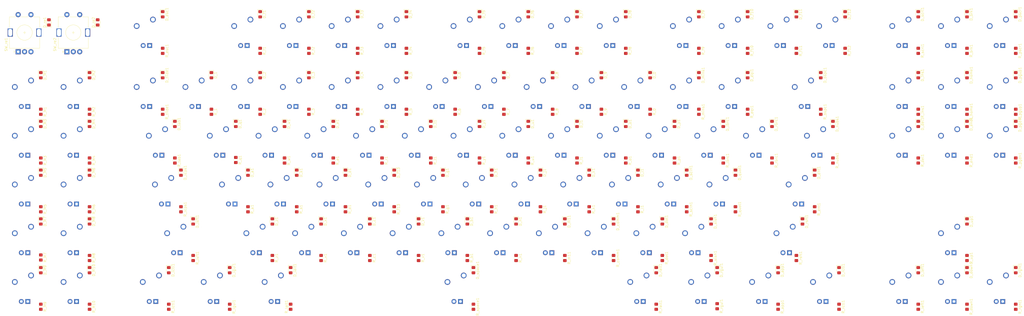
<source format=kicad_pcb>
(kicad_pcb (version 20211014) (generator pcbnew)
  (layers (0 "F.Cu" signal) (31 "B.Cu" signal) (34 "B.Paste" user) (35 "F.Paste" user) (36 "B.SilkS" user "B.Silkscreen") (37 "F.SilkS" user "F.Silkscreen") (38 "B.Mask" user) (39 "F.Mask" user) (44 "Edge.Cuts" user))
  (net 0 "")
  (net 1 "Col_13")
  (net 2 "LED_GND")
  (net 3 "Col_4")
  (net 4 "Col_5")
  (net 5 "Col_9")
  (net 6 "Net-(D_app1-Pad2)")
  (net 7 "Col_15")
  (net 8 "Net-(MX_app1-Pad3)")
  (net 9 "Net-(D_bspc1-Pad2)")
  (net 10 "Col_16")
  (net 11 "Net-(MX_bspc1-Pad3)")
  (net 12 "Net-(D_ent1-Pad2)")
  (net 13 "Net-(MX_ent1-Pad3)")
  (net 14 "Col_3")
  (net 15 "Col_14")
  (net 16 "Net-(D_lalt1-Pad2)")
  (net 17 "Net-(MX_lalt1-Pad3)")
  (net 18 "Net-(D_lcps1-Pad2)")
  (net 19 "Net-(MX_lcps1-Pad3)")
  (net 20 "Net-(D_lctl1-Pad2)")
  (net 21 "Net-(MX_lctl1-Pad3)")
  (net 22 "Net-(D_lgui1-Pad2)")
  (net 23 "Net-(MX_lgui1-Pad3)")
  (net 24 "Net-(D_lsft1-Pad2)")
  (net 25 "Net-(MX_lsft1-Pad3)")
  (net 26 "Net-(D_nubs1-Pad2)")
  (net 27 "Net-(MX_nubs1-Pad3)")
  (net 28 "Net-(D_ralt1-Pad2)")
  (net 29 "Net-(MX_ralt1-Pad3)")
  (net 30 "Net-(D_rctl1-Pad2)")
  (net 31 "Net-(MX_rctl1-Pad3)")
  (net 32 "Net-(D_rgui1-Pad2)")
  (net 33 "Net-(MX_rgui1-Pad3)")
  (net 34 "Net-(D_rsft1-Pad2)")
  (net 35 "Net-(MX_rsft1-Pad3)")
  (net 36 "Net-(D_space1-Pad2)")
  (net 37 "Net-(MX_space1-Pad3)")
  (net 38 "Net-(D_tab1-Pad2)")
  (net 39 "Net-(MX_tab1-Pad3)")
  (net 40 "Net-(D_0-Pad2)")
  (net 41 "Net-(MX_0-Pad3)")
  (net 42 "Net-(D_1-Pad2)")
  (net 43 "Net-(MX_1-Pad3)")
  (net 44 "Net-(D_2-Pad2)")
  (net 45 "Net-(MX_2-Pad3)")
  (net 46 "Net-(D_3-Pad2)")
  (net 47 "Col_6")
  (net 48 "Net-(MX_3-Pad3)")
  (net 49 "Net-(D_4-Pad2)")
  (net 50 "Col_7")
  (net 51 "Net-(MX_4-Pad3)")
  (net 52 "Net-(D_5-Pad2)")
  (net 53 "Col_8")
  (net 54 "Net-(MX_5-Pad3)")
  (net 55 "Net-(D_6-Pad2)")
  (net 56 "Net-(MX_6-Pad3)")
  (net 57 "Net-(D_7-Pad2)")
  (net 58 "Col_10")
  (net 59 "Net-(MX_7-Pad3)")
  (net 60 "Net-(D_8-Pad2)")
  (net 61 "Col_11")
  (net 62 "Net-(MX_8-Pad3)")
  (net 63 "Net-(D_9-Pad2)")
  (net 64 "Col_12")
  (net 65 "Net-(MX_9-Pad3)")
  (net 66 "Net-(D_a1-Pad2)")
  (net 67 "Net-(MX_a1-Pad3)")
  (net 68 "Net-(D_b1-Pad2)")
  (net 69 "Net-(MX_b1-Pad3)")
  (net 70 "Net-(D_brk1-Pad2)")
  (net 71 "Col_20")
  (net 72 "Net-(MX_brk1-Pad3)")
  (net 73 "Net-(D_c1-Pad2)")
  (net 74 "Net-(MX_c1-Pad3)")
  (net 75 "Net-(D_comm1-Pad2)")
  (net 76 "Net-(MX_comm1-Pad3)")
  (net 77 "Net-(D_d1-Pad2)")
  (net 78 "Net-(MX_d1-Pad3)")
  (net 79 "Net-(D_del1-Pad2)")
  (net 80 "Col_18")
  (net 81 "Net-(MX_del1-Pad3)")
  (net 82 "Net-(D_dot1-Pad2)")
  (net 83 "Net-(MX_dot1-Pad3)")
  (net 84 "Net-(D_down1-Pad2)")
  (net 85 "Col_19")
  (net 86 "Net-(MX_down1-Pad3)")
  (net 87 "Net-(D_e1-Pad2)")
  (net 88 "Net-(MX_e1-Pad3)")
  (net 89 "Net-(D_end1-Pad2)")
  (net 90 "Net-(MX_end1-Pad3)")
  (net 91 "Net-(D_eql1-Pad2)")
  (net 92 "Net-(MX_eql1-Pad3)")
  (net 93 "Net-(D_esc1-Pad2)")
  (net 94 "Net-(MX_esc1-Pad3)")
  (net 95 "Net-(D_f1-Pad2)")
  (net 96 "Net-(MX_f1-Pad3)")
  (net 97 "Net-(D_f2-Pad2)")
  (net 98 "Net-(MX_f2-Pad3)")
  (net 99 "Net-(D_f3-Pad2)")
  (net 100 "Net-(MX_f3-Pad3)")
  (net 101 "Net-(D_f4-Pad2)")
  (net 102 "Net-(MX_f4-Pad3)")
  (net 103 "Net-(D_f5-Pad2)")
  (net 104 "Net-(MX_f5-Pad3)")
  (net 105 "Net-(D_f6-Pad2)")
  (net 106 "Net-(MX_f6-Pad3)")
  (net 107 "Net-(D_f7-Pad2)")
  (net 108 "Net-(MX_f7-Pad3)")
  (net 109 "Net-(D_f8-Pad2)")
  (net 110 "Net-(MX_f8-Pad3)")
  (net 111 "Net-(D_f9-Pad2)")
  (net 112 "Net-(MX_f9-Pad3)")
  (net 113 "Net-(D_f10-Pad2)")
  (net 114 "Net-(MX_f10-Pad3)")
  (net 115 "Net-(D_f11-Pad2)")
  (net 116 "Net-(MX_f11-Pad3)")
  (net 117 "Net-(D_f12-Pad2)")
  (net 118 "Net-(MX_f12-Pad3)")
  (net 119 "Net-(D_f13-Pad2)")
  (net 120 "Net-(MX_f13-Pad3)")
  (net 121 "Net-(D_g1-Pad2)")
  (net 122 "Net-(MX_g1-Pad3)")
  (net 123 "Net-(D_h1-Pad2)")
  (net 124 "Net-(MX_h1-Pad3)")
  (net 125 "Net-(D_home1-Pad2)")
  (net 126 "Net-(MX_home1-Pad3)")
  (net 127 "Net-(D_i1-Pad2)")
  (net 128 "Net-(MX_i1-Pad3)")
  (net 129 "Net-(D_ins1-Pad2)")
  (net 130 "Net-(MX_ins1-Pad3)")
  (net 131 "Net-(D_j1-Pad2)")
  (net 132 "Net-(MX_j1-Pad3)")
  (net 133 "Net-(D_k1-Pad2)")
  (net 134 "Net-(MX_k1-Pad3)")
  (net 135 "Net-(D_l1-Pad2)")
  (net 136 "Net-(MX_l1-Pad3)")
  (net 137 "Net-(D_lbrc1-Pad2)")
  (net 138 "Net-(MX_lbrc1-Pad3)")
  (net 139 "Net-(D_left1-Pad2)")
  (net 140 "Net-(MX_left1-Pad3)")
  (net 141 "Net-(D_M1-Pad2)")
  (net 142 "Col_0")
  (net 143 "Net-(MX_M1-Pad3)")
  (net 144 "Net-(D_M2-Pad2)")
  (net 145 "Col_1")
  (net 146 "Net-(MX_M2-Pad3)")
  (net 147 "Net-(D_M3-Pad2)")
  (net 148 "Net-(MX_M3-Pad3)")
  (net 149 "Net-(D_M4-Pad2)")
  (net 150 "Net-(MX_M4-Pad3)")
  (net 151 "Net-(D_M5-Pad2)")
  (net 152 "Net-(MX_M5-Pad3)")
  (net 153 "Net-(D_M6-Pad2)")
  (net 154 "Net-(MX_M6-Pad3)")
  (net 155 "Net-(D_M7-Pad2)")
  (net 156 "Net-(MX_M7-Pad3)")
  (net 157 "Net-(D_M8-Pad2)")
  (net 158 "Net-(MX_M8-Pad3)")
  (net 159 "Net-(D_M9-Pad2)")
  (net 160 "Net-(MX_M9-Pad3)")
  (net 161 "Net-(D_M10-Pad2)")
  (net 162 "Net-(MX_M10-Pad3)")
  (net 163 "Net-(D_m11-Pad2)")
  (net 164 "Net-(MX_m11-Pad3)")
  (net 165 "Net-(D_mins1-Pad2)")
  (net 166 "Net-(MX_mins1-Pad3)")
  (net 167 "Net-(D_n1-Pad2)")
  (net 168 "Net-(MX_n1-Pad3)")
  (net 169 "Net-(D_o1-Pad2)")
  (net 170 "Net-(MX_o1-Pad3)")
  (net 171 "Net-(D_p1-Pad2)")
  (net 172 "Net-(MX_p1-Pad3)")
  (net 173 "Net-(D_pgdn1-Pad2)")
  (net 174 "Net-(MX_pgdn1-Pad3)")
  (net 175 "Net-(D_pgup1-Pad2)")
  (net 176 "Net-(MX_pgup1-Pad3)")
  (net 177 "Net-(D_pscr1-Pad2)")
  (net 178 "Net-(MX_pscr1-Pad3)")
  (net 179 "Net-(D_q1-Pad2)")
  (net 180 "Net-(MX_q1-Pad3)")
  (net 181 "Net-(D_quot1-Pad2)")
  (net 182 "Net-(MX_quot1-Pad3)")
  (net 183 "Net-(D_r1-Pad2)")
  (net 184 "Net-(MX_r1-Pad3)")
  (net 185 "Net-(D_rbrc1-Pad2)")
  (net 186 "Net-(MX_rbrc1-Pad3)")
  (net 187 "Net-(D_re1-Pad2)")
  (net 188 "Net-(MX_rght1-Pad3)")
  (net 189 "Net-(D_s1-Pad2)")
  (net 190 "Net-(MX_s1-Pad3)")
  (net 191 "Net-(D_scln1-Pad2)")
  (net 192 "Net-(MX_scln1-Pad3)")
  (net 193 "Net-(D_re2-Pad2)")
  (net 194 "Net-(MX_scrl1-Pad3)")
  (net 195 "Net-(D_slsh1-Pad2)")
  (net 196 "Net-(MX_slsh1-Pad3)")
  (net 197 "Net-(D_t1-Pad2)")
  (net 198 "Net-(MX_t1-Pad3)")
  (net 199 "Net-(D_tilde1-Pad2)")
  (net 200 "Net-(MX_tilde1-Pad3)")
  (net 201 "Net-(D_u1-Pad2)")
  (net 202 "Net-(MX_u1-Pad3)")
  (net 203 "Net-(D_rght1-Pad2)")
  (net 204 "Net-(MX_up1-Pad3)")
  (net 205 "Net-(D_v1-Pad2)")
  (net 206 "Net-(MX_v1-Pad3)")
  (net 207 "Net-(D_w1-Pad2)")
  (net 208 "Net-(MX_w1-Pad3)")
  (net 209 "Net-(D_x1-Pad2)")
  (net 210 "Net-(MX_x1-Pad3)")
  (net 211 "Net-(D_y1-Pad2)")
  (net 212 "Net-(D_scrl1-Pad2)")
  (net 213 "Net-(D_z1-Pad2)")
  (net 214 "Net-(MX_z1-Pad3)")
  (net 215 "Row_1")
  (net 216 "Net-(D_a1-Pad1)")
  (net 217 "Row_5")
  (net 218 "Row_4")
  (net 219 "Row_0")
  (net 220 "Row_2")
  (net 221 "Row_3")
  (net 222 "Net-(D_up1-Pad2)")
  (net 223 "Net-(MX_y1-Pad3)")
  (net 224 "LED_VIN")
  (net 225 "RO_1_UP")
  (net 226 "GND")
  (net 227 "RO_1_DN")
  (net 228 "RO_2_UP")
  (net 229 "RO_2_DN")
  (footprint "Resistor_SMD:R_0805_2012Metric_Pad1.20x1.40mm_HandSolder" (layer "F.Cu") (at 182.5625 259.55625 -90)
    (fp_text reference "R_lgui1")
    (fp_text value "R_Small")
  )
  (footprint "Diode_SMD:D_0805_2012Metric_Pad1.15x1.40mm_HandSolder" (layer "F.Cu") (at 356.39375 188.11875 -90)
    (fp_text reference "D_p1")
    (fp_text value "D_Small_Filled")
  )
  (footprint "Resistor_SMD:R_0805_2012Metric_Pad1.20x1.40mm_HandSolder" (layer "F.Cu") (at 208.75625 221.45625 -90)
    (fp_text reference "R_s1")
    (fp_text value "R_Small")
  )
  (footprint "Resistor_SMD:R_0805_2012Metric_Pad1.20x1.40mm_HandSolder" (layer "F.Cu") (at 108.74375 202.40625 -90)
    (fp_text reference "R_M3")
    (fp_text value "R_Small")
  )
  (footprint "0_MX_Only:MXOnly-1U" (layer "F.Cu") (at 245.26875 152.4)
    (fp_text reference "MX_f4")
    (fp_text value "MX-LED")
  )
  (footprint "Resistor_SMD:R_0805_2012Metric_Pad1.20x1.40mm_HandSolder" (layer "F.Cu") (at 418.30625 202.40625 -90)
    (fp_text reference "R_nubs1")
    (fp_text value "R_Small")
  )
  (footprint "0_MX_Only:MXOnly-1U" (layer "F.Cu") (at 264.31875 176.2125)
    (fp_text reference "MX_6")
    (fp_text value "MX-LED")
  )
  (footprint "0_MX_Only:MXOnly-1U" (layer "F.Cu") (at 330.99375 152.4)
    (fp_text reference "MX_f8")
    (fp_text value "MX-LED")
  )
  (footprint "Diode_SMD:D_0805_2012Metric_Pad1.15x1.40mm_HandSolder" (layer "F.Cu") (at 313.53125 226.21875 -90)
    (fp_text reference "D_m11")
    (fp_text value "D_Small_Filled")
  )
  (footprint "Diode_SMD:D_0805_2012Metric_Pad1.15x1.40mm_HandSolder" (layer "F.Cu") (at 158.75 245.26875 -90)
    (fp_text reference "D_lctl1")
    (fp_text value "D_Small_Filled")
  )
  (footprint "Diode_SMD:D_0805_2012Metric_Pad1.15x1.40mm_HandSolder" (layer "F.Cu") (at 127.79375 169.06875 -90)
    (fp_text reference "D_M2")
    (fp_text value "D_Small_Filled")
  )
  (footprint "Resistor_SMD:R_0805_2012Metric_Pad1.20x1.40mm_HandSolder" (layer "F.Cu") (at 470.69375 259.55625 -90)
    (fp_text reference "R_down1")
    (fp_text value "R_Small")
  )
  (footprint "Diode_SMD:D_0805_2012Metric_Pad1.15x1.40mm_HandSolder" (layer "F.Cu") (at 451.64375 188.11875 -90)
    (fp_text reference "D_del1")
    (fp_text value "D_Small_Filled")
  )
  (footprint "Diode_SMD:D_0805_2012Metric_Pad1.15x1.40mm_HandSolder" (layer "F.Cu") (at 213.51875 145.25625 -90)
    (fp_text reference "D_f2")
    (fp_text value "D_Small_Filled")
  )
  (footprint "Resistor_SMD:R_0805_2012Metric_Pad1.20x1.40mm_HandSolder" (layer "F.Cu") (at 470.69375 159.54375 -90)
    (fp_text reference "R_brk1")
    (fp_text value "R_Small")
  )
  (footprint "0_MX_Only:MXOnly-1U" (layer "F.Cu") (at 102.39375 176.2125)
    (fp_text reference "MX_M1")
    (fp_text value "MX-LED")
  )
  (footprint "Diode_SMD:D_0805_2012Metric_Pad1.15x1.40mm_HandSolder" (layer "F.Cu") (at 384.96875 145.25625 -90)
    (fp_text reference "D_f10")
    (fp_text value "D_Small_Filled")
  )
  (footprint "0_MX_Only:MXOnly-1U" (layer "F.Cu") (at 311.94375 195.2625)
    (fp_text reference "MX_i1")
    (fp_text value "MX-LED")
  )
  (footprint "Diode_SMD:D_0805_2012Metric_Pad1.15x1.40mm_HandSolder" (layer "F.Cu") (at 242.09375 188.11875 -90)
    (fp_text reference "D_r1")
    (fp_text value "D_Small_Filled")
  )
  (footprint "0_MX_Only:MXOnly-1U" (layer "F.Cu") (at 378.61875 152.4)
    (fp_text reference "MX_f10")
    (fp_text value "MX-LED")
  )
  (footprint "0_MX_Only:MXOnly-1U" (layer "F.Cu") (at 226.21875 152.4)
    (fp_text reference "MX_f3")
    (fp_text value "MX-LED")
  )
  (footprint "0_MX_Only:MXOnly-1U" (layer "F.Cu") (at 221.45625 214.3125)
    (fp_text reference "MX_d1")
    (fp_text value "MX-LED")
  )
  (footprint "0_MX_Only:MXOnly-1U" (layer "F.Cu") (at 359.56875 152.4)
    (fp_text reference "MX_f9")
    (fp_text value "MX-LED")
  )
  (footprint "0_MX_Only:MXOnly-1.25U" (layer "F.Cu") (at 152.4 252.4125)
    (fp_text reference "MX_lctl1")
    (fp_text value "MX-LED")
  )
  (footprint "0_MX_Only:MXOnly-1U" (layer "F.Cu") (at 273.84375 152.4)
    (fp_text reference "MX_f5")
    (fp_text value "MX-LED")
  )
  (footprint "Diode_SMD:D_0805_2012Metric_Pad1.15x1.40mm_HandSolder" (layer "F.Cu") (at 375.44375 188.11875 -90)
    (fp_text reference "D_lbrc1")
    (fp_text value "D_Small_Filled")
  )
  (footprint "0_MX_Only:MXOnly-1U" (layer "F.Cu") (at 464.34375 195.2625)
    (fp_text reference "MX_end1")
    (fp_text value "MX-LED")
  )
  (footprint "0_MX_Only:MXOnly-1U" (layer "F.Cu") (at 121.44375 233.3625)
    (fp_text reference "MX_M8")
    (fp_text value "MX-LED")
  )
  (footprint "Diode_SMD:D_0805_2012Metric_Pad1.15x1.40mm_HandSolder" (layer "F.Cu") (at 256.38125 226.21875 -90)
    (fp_text reference "D_v1")
    (fp_text value "D_Small_Filled")
  )
  (footprint "Diode_SMD:D_0805_2012Metric_Pad1.15x1.40mm_HandSolder" (layer "F.Cu") (at 237.33125 226.21875 -90)
    (fp_text reference "D_c1")
    (fp_text value "D_Small_Filled")
  )
  (footprint "Diode_SMD:D_0805_2012Metric_Pad1.15x1.40mm_HandSolder" (layer "F.Cu") (at 223.04375 188.11875 -90)
    (fp_text reference "D_e1")
    (fp_text value "D_Small_Filled")
  )
  (footprint "Diode_SMD:D_0805_2012Metric_Pad1.15x1.40mm_HandSolder" (layer "F.Cu") (at 108.74375 169.06875 -90)
    (fp_text reference "D_M1")
    (fp_text value "D_Small_Filled")
  )
  (footprint "Diode_SMD:D_0805_2012Metric_Pad1.15x1.40mm_HandSolder" (layer "F.Cu") (at 304.00625 207.16875 -90)
    (fp_text reference "D_j1")
    (fp_text value "D_Small_Filled")
  )
  (footprint "Resistor_SMD:R_0805_2012Metric_Pad1.20x1.40mm_HandSolder" (layer "F.Cu") (at 194.46875 159.54375 -90)
    (fp_text reference "R_f1")
    (fp_text value "R_Small")
  )
  (footprint "0_MX_Only:MXOnly-1U" (layer "F.Cu") (at 445.29375 195.2625)
    (fp_text reference "MX_del1")
    (fp_text value "MX-LED")
  )
  (footprint "Resistor_SMD:R_0805_2012Metric_Pad1.20x1.40mm_HandSolder" (layer "F.Cu") (at 163.5125 221.45625 -90)
    (fp_text reference "R_lcps1")
    (fp_text value "R_Small")
  )
  (footprint "Resistor_SMD:R_0805_2012Metric_Pad1.20x1.40mm_HandSolder" (layer "F.Cu") (at 223.04375 202.40625 -90)
    (fp_text reference "R_e1")
    (fp_text value "R_Small")
  )
  (footprint "Diode_SMD:D_0805_2012Metric_Pad1.15x1.40mm_HandSolder" (layer "F.Cu") (at 127.79375 188.11875 -90)
    (fp_text reference "D_M4")
    (fp_text value "D_Small_Filled")
  )
  (footprint "Resistor_SMD:R_0805_2012Metric_Pad1.20x1.40mm_HandSolder" (layer "F.Cu") (at 242.09375 202.40625 -90)
    (fp_text reference "R_r1")
    (fp_text value "R_Small")
  )
  (footprint "Resistor_SMD:R_0805_2012Metric_Pad1.20x1.40mm_HandSolder" (layer "F.Cu") (at 270.66875 183.35625 -90)
    (fp_text reference "R_6")
    (fp_text value "R_Small")
  )
  (footprint "0_MX_Only:MXOnly-1U" (layer "F.Cu") (at 330.99375 195.2625)
    (fp_text reference "MX_o1")
    (fp_text value "MX-LED")
  )
  (footprint "Resistor_SMD:R_0805_2012Metric_Pad1.20x1.40mm_HandSolder" (layer "F.Cu") (at 451.64375 159.54375 -90)
    (fp_text reference "R_scrl1")
    (fp_text value "R_Small")
  )
  (footprint "0_MX_Only:MXOnly-1U" (layer "F.Cu") (at 102.39375 195.2625)
    (fp_text reference "MX_M3")
    (fp_text value "MX-LED")
  )
  (footprint "Diode_SMD:D_0805_2012Metric_Pad1.15x1.40mm_HandSolder" (layer "F.Cu") (at 127.79375 226.21875 -90)
    (fp_text reference "D_M8")
    (fp_text value "D_Small_Filled")
  )
  (footprint "Diode_SMD:D_0805_2012Metric_Pad1.15x1.40mm_HandSolder" (layer "F.Cu") (at 489.74375 145.25625 -90)
    (fp_text reference "D_pscr1")
    (fp_text value "D_Small_Filled")
  )
  (footprint "Resistor_SMD:R_0805_2012Metric_Pad1.20x1.40mm_HandSolder" (layer "F.Cu") (at 411.1625 221.45625 -90)
    (fp_text reference "R_ent1")
    (fp_text value "R_Small")
  )
  (footprint "Resistor_SMD:R_0805_2012Metric_Pad1.20x1.40mm_HandSolder" (layer "F.Cu") (at 275.43125 240.50625 -90)
    (fp_text reference "R_b1")
    (fp_text value "R_Small")
  )
  (footprint "Resistor_SMD:R_0805_2012Metric_Pad1.20x1.40mm_HandSolder" (layer "F.Cu") (at 470.69375 183.35625 -90)
    (fp_text reference "R_home1")
    (fp_text value "R_Small")
  )
  (footprint "0_MX_Only:MXOnly-1U" (layer "F.Cu") (at 226.21875 176.2125)
    (fp_text reference "MX_4")
    (fp_text value "MX-LED")
  )
  (footprint "0_MX_Only:MXOnly-1U" (layer "F.Cu") (at 483.39375 176.2125)
    (fp_text reference "MX_pgup1")
    (fp_text value "MX-LED")
  )
  (footprint "Diode_SMD:D_0805_2012Metric_Pad1.15x1.40mm_HandSolder" (layer "F.Cu") (at 218.28125 226.21875 -90)
    (fp_text reference "D_x1")
    (fp_text value "D_Small_Filled")
  )
  (footprint "Resistor_SMD:R_0805_2012Metric_Pad1.20x1.40mm_HandSolder" (layer "F.Cu") (at 489.74375 183.35625 -90)
    (fp_text reference "R_pgup1")
    (fp_text value "R_Small")
  )
  (footprint "0_MX_Only:MXOnly-1U" (layer "F.Cu") (at 150.01875 176.2125)
    (fp_text reference "MX_tilde1")
    (fp_text value "MX-LED")
  )
  (footprint "0_MX_Only:MXOnly-1U" (layer "F.Cu") (at 464.34375 252.4125)
    (fp_text reference "MX_down1")
    (fp_text value "MX-LED")
  )
  (footprint "Resistor_SMD:R_0805_2012Metric_Pad1.20x1.40mm_HandSolder" (layer "F.Cu") (at 470.69375 240.50625 -90)
    (fp_text reference "R_up1")
    (fp_text value "R_Small")
  )
  (footprint "0_MX_Only:MXOnly-1U" (layer "F.Cu") (at 121.44375 176.2125)
    (fp_text reference "MX_M2")
    (fp_text value "MX-LED")
  )
  (footprint "0_MX_Only:MXOnly-1U" (layer "F.Cu") (at 121.44375 214.3125)
    (fp_text reference "MX_M6")
    (fp_text value "MX-LED")
  )
  (footprint "Diode_SMD:D_0805_2012Metric_Pad1.15x1.40mm_HandSolder" (layer "F.Cu") (at 194.46875 145.25625 -90)
    (fp_text reference "D_f1")
    (fp_text value "D_Small_Filled")
  )
  (footprint "Resistor_SMD:R_0805_2012Metric_Pad1.20x1.40mm_HandSolder" (layer "F.Cu") (at 349.25 259.55625 -90)
    (fp_text reference "R_ralt1")
    (fp_text value "R_Small")
  )
  (footprint "Diode_SMD:D_0805_2012Metric_Pad1.15x1.40mm_HandSolder" (layer "F.Cu") (at 108.74375 226.21875 -90)
    (fp_text reference "D_M7")
    (fp_text value "D_Small_Filled")
  )
  (footprint "Diode_SMD:D_0805_2012Metric_Pad1.15x1.40mm_HandSolder" (layer "F.Cu") (at 451.64375 145.25625 -90)
    (fp_text reference "D_scrl1")
    (fp_text value "D_Small_Filled")
  )
  (footprint "0_MX_Only:MXOnly-1U" (layer "F.Cu") (at 178.59375 195.2625)
    (fp_text reference "MX_q1")
    (fp_text value "MX-LED")
  )
  (footprint "Resistor_SMD:R_0805_2012Metric_Pad1.20x1.40mm_HandSolder" (layer "F.Cu") (at 404.01875 240.50625 -90)
    (fp_text reference "R_rsft1")
    (fp_text value "R_Small")
  )
  (footprint "0_MX_Only:MXOnly-1U" (layer "F.Cu") (at 464.34375 233.3625)
    (fp_text reference "MX_up1")
    (fp_text value "MX-LED")
  )
  (footprint "Diode_SMD:D_0805_2012Metric_Pad1.15x1.40mm_HandSolder" (layer "F.Cu") (at 246.85625 207.16875 -90)
    (fp_text reference "D_f13")
    (fp_text value "D_Small_Filled")
  )
  (footprint "Diode_SMD:D_0805_2012Metric_Pad1.15x1.40mm_HandSolder" (layer "F.Cu") (at 349.25 245.26875 -90)
    (fp_text reference "D_ralt1")
    (fp_text value "D_Small_Filled")
  )
  (footprint "Resistor_SMD:R_0805_2012Metric_Pad1.20x1.40mm_HandSolder" (layer "F.Cu") (at 365.91875 159.54375 -90)
    (fp_text reference "R_f9")
    (fp_text value "R_Small")
  )
  (footprint "Resistor_SMD:R_0805_2012Metric_Pad1.20x1.40mm_HandSolder" (layer "F.Cu") (at 489.74375 259.55625 -90)
    (fp_text reference "R_rght1")
    (fp_text value "R_Small")
  )
  (footprint "Diode_SMD:D_0805_2012Metric_Pad1.15x1.40mm_HandSolder" (layer "F.Cu") (at 251.61875 145.25625 -90)
    (fp_text reference "D_f4")
    (fp_text value "D_Small_Filled")
  )
  (footprint "Diode_SMD:D_0805_2012Metric_Pad1.15x1.40mm_HandSolder" (layer "F.Cu") (at 270.66875 169.06875 -90)
    (fp_text reference "D_6")
    (fp_text value "D_Small_Filled")
  )
  (footprint "Resistor_SMD:R_0805_2012Metric_Pad1.20x1.40mm_HandSolder" (layer "F.Cu") (at 365.91875 183.35625 -90)
    (fp_text reference "R_mins1")
    (fp_text value "R_Small")
  )
  (footprint "0_MX_Only:MXOnly-1.25U" (layer "F.Cu") (at 200.025 252.4125)
    (fp_text reference "MX_lalt1")
    (fp_text value "MX-LED")
  )
  (footprint "Resistor_SMD:R_0805_2012Metric_Pad1.20x1.40mm_HandSolder" (layer "F.Cu") (at 175.41875 183.35625 -90)
    (fp_text reference "R_1")
    (fp_text value "R_Small")
  )
  (footprint "0_MX_Only:MXOnly-1U" (layer "F.Cu") (at 192.88125 233.3625)
    (fp_text reference "MX_z1")
    (fp_text value "MX-LED")
  )
  (footprint "Resistor_SMD:R_0805_2012Metric_Pad1.20x1.40mm_HandSolder" (layer "F.Cu") (at 451.64375 202.40625 -90)
    (fp_text reference "R_del1")
    (fp_text value "R_Small")
  )
  (footprint "Diode_SMD:D_0805_2012Metric_Pad1.15x1.40mm_HandSolder" (layer "F.Cu") (at 194.46875 169.06875 -90)
    (fp_text reference "D_2")
    (fp_text value "D_Small_Filled")
  )
  (footprint "Resistor_SMD:R_0805_2012Metric_Pad1.20x1.40mm_HandSolder" (layer "F.Cu") (at 256.38125 240.50625 -90)
    (fp_text reference "R_v1")
    (fp_text value "R_Small")
  )
  (footprint "Diode_SMD:D_0805_2012Metric_Pad1.15x1.40mm_HandSolder" (layer "F.Cu") (at 265.90625 207.16875 -90)
    (fp_text reference "D_g1")
    (fp_text value "D_Small_Filled")
  )
  (footprint "Resistor_SMD:R_0805_2012Metric_Pad1.20x1.40mm_HandSolder" (layer "F.Cu") (at 318.29375 159.54375 -90)
    (fp_text reference "R_f7")
    (fp_text value "R_Small")
  )
  (footprint "0_MX_Only:MXOnly-2.25U" (layer "F.Cu") (at 161.925 233.3625)
    (fp_text reference "MX_lsft1")
    (fp_text value "MX-LED")
  )
  (footprint "0_MX_Only:MXOnly-1U" (layer "F.Cu") (at 345.28125 233.3625)
    (fp_text reference "MX_dot1")
    (fp_text value "MX-LED")
  )
  (footprint "Diode_SMD:D_0805_2012Metric_Pad1.15x1.40mm_HandSolder" (layer "F.Cu") (at 384.96875 169.06875 -90)
    (fp_text reference "D_eql1")
    (fp_text value "D_Small_Filled")
  )
  (footprint "0_MX_Only:MXOnly-1U" (layer "F.Cu") (at 483.39375 252.4125)
    (fp_text reference "MX_rght1")
    (fp_text value "MX-LED")
  )
  (footprint "Resistor_SMD:R_0805_2012Metric_Pad1.20x1.40mm_HandSolder" (layer "F.Cu") (at 280.19375 159.54375 -90)
    (fp_text reference "R_f5")
    (fp_text value "R_Small")
  )
  (footprint "keebio:RotaryEncoder_Alps_EC11E-Switch_Vertical_H20mm" (layer "F.Cu") (at 102.39375 152.4 90)
    (fp_text reference "SW_re1")
    (fp_text value "RotaryEncoder_Switch")
  )
  (footprint "Resistor_SMD:R_0805_2012Metric_Pad1.20x1.40mm_HandSolder" (layer "F.Cu") (at 127.79375 202.40625 -90)
    (fp_text reference "R_M4")
    (fp_text value "R_Small")
  )
  (footprint "0_MX_Only:MXOnly-1U" (layer "F.Cu") (at 202.2875 214.3125)
    (fp_text reference "MX_s1")
    (fp_text value "MX-LED")
  )
  (footprint "Diode_SMD:D_0805_2012Metric_Pad1.15x1.40mm_HandSolder" (layer "F.Cu") (at 451.64375 169.06875 -90)
    (fp_text reference "D_ins1")
    (fp_text value "D_Small_Filled")
  )
  (footprint "0_MX_Only:MXOnly-1U" (layer "F.Cu") (at 354.80625 214.3125)
    (fp_text reference "MX_scln1")
    (fp_text value "MX-LED")
  )
  (footprint "Diode_SMD:D_0805_2012Metric_Pad1.15x1.40mm_HandSolder" (layer "F.Cu") (at 365.91875 169.06875 -90)
    (fp_text reference "D_mins1")
    (fp_text value "D_Small_Filled")
  )
  (footprint "Resistor_SMD:R_0805_2012Metric_Pad1.20x1.40mm_HandSolder" (layer "F.Cu") (at 337.34375 202.40625 -90)
    (fp_text reference "R_o1")
    (fp_text value "R_Small")
  )
  (footprint "Diode_SMD:D_0805_2012Metric_Pad1.15x1.40mm_HandSolder" (layer "F.Cu") (at 423.06875 145.25625 -90)
    (fp_text reference "D_f12")
    (fp_text value "D_Small_Filled")
  )
  (footprint "0_MX_Only:MXOnly-1U" (layer "F.Cu") (at 169.06875 176.2125)
    (fp_text reference "MX_1")
    (fp_text value "MX-LED")
  )
  (footprint "Diode_SMD:D_0805_2012Metric_Pad1.15x1.40mm_HandSolder" (layer "F.Cu") (at 404.01875 145.25625 -90)
    (fp_text reference "D_f11")
    (fp_text value "D_Small_Filled")
  )
  (footprint "Diode_SMD:D_0805_2012Metric_Pad1.15x1.40mm_HandSolder" (layer "F.Cu") (at 361.15625 207.16875 -90)
    (fp_text reference "D_scln1")
    (fp_text value "D_Small_Filled")
  )
  (footprint "0_MX_Only:MXOnly-1U" (layer "F.Cu") (at 230.98125 233.3625)
    (fp_text reference "MX_c1")
    (fp_text value "MX-LED")
  )
  (footprint "0_MX_Only:MXOnly-1U" (layer "F.Cu") (at 335.75625 214.3125)
    (fp_text reference "MX_l1")
    (fp_text value "MX-LED")
  )
  (footprint "0_MX_Only:MXOnly-1U" (layer "F.Cu") (at 250.03125 233.3625)
    (fp_text reference "MX_v1")
    (fp_text value "MX-LED")
  )
  (footprint "Diode_SMD:D_0805_2012Metric_Pad1.15x1.40mm_HandSolder" (layer "F.Cu") (at 451.64375 245.26875 -90)
    (fp_text reference "D_left1")
    (fp_text value "D_Small_Filled")
  )
  (footprint "Resistor_SMD:R_0805_2012Metric_Pad1.20x1.40mm_HandSolder" (layer "F.Cu") (at 413.54375 183.35625 -90)
    (fp_text reference "R_bspc1")
    (fp_text value "R_Small")
  )
  (footprint "Resistor_SMD:R_0805_2012Metric_Pad1.20x1.40mm_HandSolder" (layer "F.Cu") (at 308.76875 183.35625 -90)
    (fp_text reference "R_8")
    (fp_text value "R_Small")
  )
  (footprint "Diode_SMD:D_0805_2012Metric_Pad1.15x1.40mm_HandSolder" (layer "F.Cu") (at 299.24375 145.25625 -90)
    (fp_text reference "D_f6")
    (fp_text value "D_Small_Filled")
  )
  (footprint "Diode_SMD:D_0805_2012Metric_Pad1.15x1.40mm_HandSolder" (layer "F.Cu") (at 208.75625 207.16875 -90)
    (fp_text reference "D_s1")
    (fp_text value "D_Small_Filled")
  )
  (footprint "Diode_SMD:D_0805_2012Metric_Pad1.15x1.40mm_HandSolder" (layer "F.Cu") (at 346.86875 169.06875 -90)
    (fp_text reference "D_0")
    (fp_text value "D_Small_Filled")
  )
  (footprint "0_MX_Only:MXOnly-1U" (layer "F.Cu") (at 302.41875 176.2125)
    (fp_text reference "MX_8")
    (fp_text value "MX-LED")
  )
  (footprint "Resistor_SMD:R_0805_2012Metric_Pad1.20x1.40mm_HandSolder" (layer "F.Cu") (at 156.36875 159.54375 -90)
    (fp_text reference "R_esc1")
    (fp_text value "R_Small")
  )
  (footprint "Resistor_SMD:R_0805_2012Metric_Pad1.20x1.40mm_HandSolder" (layer "F.Cu") (at 277.8125 259.55625 -90)
    (fp_text reference "R_space1")
    (fp_text value "R_Small")
  )
  (footprint "Resistor_SMD:R_0805_2012Metric_Pad1.20x1.40mm_HandSolder" (layer "F.Cu") (at 168.275 240.50625 -90)
    (fp_text reference "R_lsft1")
    (fp_text value "R_Small")
  )
  (footprint "0_MX_Only:MXOnly-1U" (layer "F.Cu") (at 292.89375 195.2625)
    (fp_text reference "MX_u1")
    (fp_text value "MX-LED")
  )
  (footprint "0_MX_Only:MXOnly-1U" (layer "F.Cu") (at 321.46875 176.2125)
    (fp_text reference "MX_9")
    (fp_text value "MX-LED")
  )
  (footprint "Resistor_SMD:R_0805_2012Metric_Pad1.20x1.40mm_HandSolder" (layer "F.Cu") (at 470.69375 202.40625 -90)
    (fp_text reference "R_end1")
    (fp_text value "R_Small")
  )
  (footprint "0_MX_Only:MXOnly-1U" (layer "F.Cu") (at 388.14375 195.2625)
    (fp_text reference "MX_rbrc1")
    (fp_text value "MX-LED")
  )
  (footprint "Resistor_SMD:R_0805_2012Metric_Pad1.20x1.40mm_HandSolder" (layer "F.Cu") (at 346.86875 183.35625 -90)
    (fp_text reference "R_0")
    (fp_text value "R_Small")
  )
  (footprint "Diode_SMD:D_0805_2012Metric_Pad1.15x1.40mm_HandSolder" (layer "F.Cu") (at 420.6875 245.26875 -90)
    (fp_text reference "D_rctl1")
    (fp_text value "D_Small_Filled")
  )
  (footprint "Diode_SMD:D_0805_2012Metric_Pad1.15x1.40mm_HandSolder" (layer "F.Cu") (at 251.61875 169.06875 -90)
    (fp_text reference "D_5")
    (fp_text value "D_Small_Filled")
  )
  (footprint "0_MX_Only:MXOnly-1U" (layer "F.Cu") (at 359.56875 176.2125)
    (fp_text reference "MX_mins1")
    (fp_text value "MX-LED")
  )
  (footprint "Diode_SMD:D_0805_2012Metric_Pad1.15x1.40mm_HandSolder" (layer "F.Cu") (at 111.91875 148.43125 90)
    (fp_text reference "D_re1")
    (fp_text value "D_Small_Filled")
  )
  (footprint "Resistor_SMD:R_0805_2012Metric_Pad1.20x1.40mm_HandSolder" (layer "F.Cu") (at 265.90625 221.45625 -90)
    (fp_text reference "R_g1")
    (fp_text value "R_Small")
  )
  (footprint "Diode_SMD:D_0805_2012Metric_Pad1.15x1.40mm_HandSolder" (layer "F.Cu") (at 130.96875 148.43125 90)
    (fp_text reference "D_re2")
    (fp_text value "D_Small_Filled")
  )
  (footprint "Diode_SMD:D_0805_2012Metric_Pad1.15x1.40mm_HandSolder" (layer "F.Cu") (at 299.24375 188.11875 -90)
    (fp_text reference "D_u1")
    (fp_text value "D_Small_Filled")
  )
  (footprint "Diode_SMD:D_0805_2012Metric_Pad1.15x1.40mm_HandSolder" (layer "F.Cu") (at 232.56875 145.25625 -90)
    (fp_text reference "D_f3")
    (fp_text value "D_Small_Filled")
  )
  (footprint "Diode_SMD:D_0805_2012Metric_Pad1.15x1.40mm_HandSolder" (layer "F.Cu") (at 289.71875 169.06875 -90)
    (fp_text reference "D_7")
    (fp_text value "D_Small_Filled")
  )
  (footprint "Diode_SMD:D_0805_2012Metric_Pad1.15x1.40mm_HandSolder" (layer "F.Cu") (at 413.54375 169.06875 -90)
    (fp_text reference "D_bspc1")
    (fp_text value "D_Small_Filled")
  )
  (footprint "Diode_SMD:D_0805_2012Metric_Pad1.15x1.40mm_HandSolder" (layer "F.Cu") (at 370.68125 226.21875 -90)
    (fp_text reference "D_slsh1")
    (fp_text value "D_Small_Filled")
  )
  (footprint "Diode_SMD:D_0805_2012Metric_Pad1.15x1.40mm_HandSolder" (layer "F.Cu") (at 108.74375 207.16875 -90)
    (fp_text reference "D_M5")
    (fp_text value "D_Small_Filled")
  )
  (footprint "Resistor_SMD:R_0805_2012Metric_Pad1.20x1.40mm_HandSolder" (layer "F.Cu") (at 323.05625 221.45625 -90)
    (fp_text reference "R_k1")
    (fp_text value "R_Small")
  )
  (footprint "0_MX_Only:MXOnly-1U" (layer "F.Cu") (at 483.39375 152.4)
    (fp_text reference "MX_pscr1")
    (fp_text value "MX-LED")
  )
  (footprint "Resistor_SMD:R_0805_2012Metric_Pad1.20x1.40mm_HandSolder" (layer "F.Cu") (at 404.01875 159.54375 -90)
    (fp_text reference "R_f11")
    (fp_text value "R_Small")
  )
  (footprint "0_MX_Only:MXOnly-1U" (layer "F.Cu") (at 211.93125 233.3625)
    (fp_text reference "MX_x1")
    (fp_text value "MX-LED")
  )
  (footprint "Resistor_SMD:R_0805_2012Metric_Pad1.20x1.40mm_HandSolder" (layer "F.Cu") (at 280.19375 202.40625 -90)
    (fp_text reference "R_y1")
    (fp_text value "R_Small")
  )
  (footprint "Diode_SMD:D_0805_2012Metric_Pad1.15x1.40mm_HandSolder" (layer "F.Cu") (at 318.29375 188.11875 -90)
    (fp_text reference "D_i1")
    (fp_text value "D_Small_Filled")
  )
  (footprint "Resistor_SMD:R_0805_2012Metric_Pad1.20x1.40mm_HandSolder" (layer "F.Cu") (at 384.96875 159.54375 -90)
    (fp_text reference "R_f10")
    (fp_text value "R_Small")
  )
  (footprint "Resistor_SMD:R_0805_2012Metric_Pad1.20x1.40mm_HandSolder" (layer "F.Cu") (at 396.875 259.55625 -90)
    (fp_text reference "R_app1")
    (fp_text value "R_Small")
  )
  (footprint "Resistor_SMD:R_0805_2012Metric_Pad1.20x1.40mm_HandSolder" (layer "F.Cu") (at 127.79375 221.45625 -90)
    (fp_text reference "R_M6")
    (fp_text value "R_Small")
  )
  (footprint "Diode_SMD:D_0805_2012Metric_Pad1.15x1.40mm_HandSolder" (layer "F.Cu") (at 418.30625 188.11875 -90)
    (fp_text reference "D_nubs1")
    (fp_text value "D_Small_Filled")
  )
  (footprint "Resistor_SMD:R_0805_2012Metric_Pad1.20x1.40mm_HandSolder" (layer "F.Cu") (at 384.96875 183.35625 -90)
    (fp_text reference "R_eql1")
    (fp_text value "R_Small")
  )
  (footprint "Diode_SMD:D_0805_2012Metric_Pad1.15x1.40mm_HandSolder" (layer "F.Cu") (at 323.05625 207.16875 -90)
    (fp_text reference "D_k1")
    (fp_text value "D_Small_Filled")
  )
  (footprint "Diode_SMD:D_0805_2012Metric_Pad1.15x1.40mm_HandSolder" (layer "F.Cu") (at 373.0625 245.26875 -90)
    (fp_text reference "D_rgui1")
    (fp_text value "D_Small_Filled")
  )
  (footprint "0_MX_Only:MXOnly-1U" (layer "F.Cu") (at 121.44375 252.4125)
    (fp_text reference "MX_M10")
    (fp_text value "MX-LED")
  )
  (footprint "Diode_SMD:D_0805_2012Metric_Pad1.15x1.40mm_HandSolder" (layer "F.Cu") (at 277.8125 245.26875 -90)
    (fp_text reference "D_space1")
    (fp_text value "D_Small_Filled")
  )
  (footprint "0_MX_Only:MXOnly-1U" (layer "F.Cu") (at 373.85625 214.3125)
    (fp_text reference "MX_quot1")
    (fp_text value "MX-LED")
  )
  (footprint "Resistor_SMD:R_0805_2012Metric_Pad1.20x1.40mm_HandSolder" (layer "F.Cu") (at 304.00625 221.45625 -90)
    (fp_text reference "R_j1")
    (fp_text value "R_Small")
  )
  (footprint "Resistor_SMD:R_0805_2012Metric_Pad1.20x1.40mm_HandSolder" (layer "F.Cu") (at 194.46875 183.35625 -90)
    (fp_text reference "R_2")
    (fp_text value "R_Small")
  )
  (footprint "Diode_SMD:D_0805_2012Metric_Pad1.15x1.40mm_HandSolder" (layer "F.Cu") (at 213.51875 169.06875 -90)
    (fp_text reference "D_3")
    (fp_text value "D_Small_Filled")
  )
  (footprint "Diode_SMD:D_0805_2012Metric_Pad1.15x1.40mm_HandSolder" (layer "F.Cu") (at 275.43125 226.21875 -90)
    (fp_text reference "D_b1")
    (fp_text value "D_Small_Filled")
  )
  (footprint "0_MX_Only:MXOnly-1U" (layer "F.Cu") (at 292.89375 152.4)
    (fp_text reference "MX_f6")
    (fp_text value "MX-LED")
  )
  (footprint "Diode_SMD:D_0805_2012Metric_Pad1.15x1.40mm_HandSolder" (layer "F.Cu") (at 489.74375 245.26875 -90)
    (fp_text reference "D_rght1")
    (fp_text value "D_Small_Filled")
  )
  (footprint "Resistor_SMD:R_0805_2012Metric_Pad1.20x1.40mm_HandSolder" (layer "F.Cu") (at 108.74375 240.3 -90)
    (fp_text reference "R_M7")
    (fp_text value "R_Small")
  )
  (footprint "Diode_SMD:D_0805_2012Metric_Pad1.15x1.40mm_HandSolder" (layer "F.Cu") (at 227.80625 207.16875 -90)
    (fp_text reference "D_d1")
    (fp_text value "D_Small_Filled")
  )
  (footprint "Diode_SMD:D_0805_2012Metric_Pad1.15x1.40mm_HandSolder" (layer "F.Cu") (at 182.5625 245.26875 -90)
    (fp_text reference "D_lgui1")
    (fp_text value "D_Small_Filled")
  )
  (footprint "0_MX_Only:MXOnly-1U" (layer "F.Cu") (at 197.64375 195.2625)
    (fp_text reference "MX_w1")
    (fp_text value "MX-LED")
  )
  (footprint "Resistor_SMD:R_0805_2012Metric_Pad1.20x1.40mm_HandSolder" (layer "F.Cu") (at 451.64375 183.35625 -90)
    (fp_text reference "R_ins1")
    (fp_text value "R_Small")
  )
  (footprint "Diode_SMD:D_0805_2012Metric_Pad1.15x1.40mm_HandSolder" (layer "F.Cu") (at 294.48125 226.21875 -90)
    (fp_text reference "D_n1")
    (fp_text value "D_Small_Filled")
  )
  (footprint "Diode_SMD:D_0805_2012Metric_Pad1.15x1.40mm_HandSolder" (layer "F.Cu") (at 396.875 245.26875 -90)
    (fp_text reference "D_app1")
    (fp_text value "D_Small_Filled")
  )
  (footprint "0_MX_Only:MXOnly-1U" (layer "F.Cu") (at 288.13125 233.3625)
    (fp_text reference "MX_n1")
    (fp_text value "MX-LED")
  )
  (footprint "0_MX_Only:MXOnly-2.75U" (layer "F.Cu") (at 400.05 233.3625)
    (fp_text reference "MX_rsft1")
    (fp_text value "MX-LED")
  )
  (footprint "0_MX_Only:MXOnly-1.25U" (layer "F.Cu") (at 176.2125 252.4125)
    (fp_text reference "MX_lgui1")
    (fp_text value "MX-LED")
  )
  (footprint "0_MX_Only:MXOnly-1U" (layer "F.Cu") (at 188.11875 176.2125)
    (fp_text reference "MX_2")
    (fp_text value "MX-LED")
  )
  (footprint "Resistor_SMD:R_0805_2012Metric_Pad1.20x1.40mm_HandSolder" (layer "F.Cu") (at 489.74375 202.40625 -90)
    (fp_text reference "R_pgdn1")
    (fp_text value "R_Small")
  )
  (footprint "0_MX_Only:MXOnly-1U" (layer "F.Cu") (at 207.16875 152.4)
    (fp_text reference "MX_f2")
    (fp_text value "MX-LED")
  )
  (footprint "0_MX_Only:MXOnly-1U" (layer "F.Cu") (at 326.23125 233.3625)
    (fp_text reference "MX_comm1")
    (fp_text value "MX-LED")
  )
  (footprint "Resistor_SMD:R_0805_2012Metric_Pad1.20x1.40mm_HandSolder" (layer "F.Cu") (at 213.51875 159.54375 -90)
    (fp_text reference "R_f2")
    (fp_text value "R_Small")
  )
  (footprint "0_MX_Only:MXOnly-2U-ReversedStabilizers" (layer "F.Cu") (at 407.19375 176.2125)
    (fp_text reference "MX_bspc1")
    (fp_text value "MX-LED")
  )
  (footprint "Resistor_SMD:R_0805_2012Metric_Pad1.20x1.40mm_HandSolder" (layer "F.Cu") (at 156.36875 183.35625 -90)
    (fp_text reference "R_tilde1")
    (fp_text value "R_Small")
  )
  (footprint "Resistor_SMD:R_0805_2012Metric_Pad1.20x1.40mm_HandSolder" (layer "F.Cu") (at 318.29375 202.40625 -90)
    (fp_text reference "R_i1")
    (fp_text value "R_Small")
  )
  (footprint "Diode_SMD:D_0805_2012Metric_Pad1.15x1.40mm_HandSolder" (layer "F.Cu") (at 337.34375 145.25625 -90)
    (fp_text reference "D_f8")
    (fp_text value "D_Small_Filled")
  )
  (footprint "Diode_SMD:D_0805_2012Metric_Pad1.15x1.40mm_HandSolder" (layer "F.Cu") (at 489.74375 169.06875 -90)
    (fp_text reference "D_pgup1")
    (fp_text value "D_Small_Filled")
  )
  (footprint "Diode_SMD:D_0805_2012Metric_Pad1.15x1.40mm_HandSolder" (layer "F.Cu") (at 261.14375 188.11875 -90)
    (fp_text reference "D_t1")
    (fp_text value "D_Small_Filled")
  )
  (footprint "Resistor_SMD:R_0805_2012Metric_Pad1.20x1.40mm_HandSolder" (layer "F.Cu") (at 327.81875 183.35625 -90)
    (fp_text reference "R_9")
    (fp_text value "R_Small")
  )
  (footprint "Resistor_SMD:R_0805_2012Metric_Pad1.20x1.40mm_HandSolder" (layer "F.Cu") (at 380.20625 221.45625 -90)
    (fp_text reference "R_quot1")
    (fp_text value "R_Small")
  )
  (footprint "0_MX_Only:MXOnly-1U" (layer "F.Cu") (at 216.69375 195.2625)
    (fp_text reference "MX_e1")
    (fp_text value "MX-LED")
  )
  (footprint "0_MX_Only:MXOnly-1U" (layer "F.Cu") (at 273.84375 195.2625)
    (fp_text reference "MX_y1")
    (fp_text value "MX-LED")
  )
  (footprint "0_MX_Only:MXOnly-1U" (layer "F.Cu") (at 445.29375 152.4)
    (fp_text reference "MX_scrl1")
    (fp_text value "MX-LED")
  )
  (footprint "Diode_SMD:D_0805_2012Metric_Pad1.15x1.40mm_HandSolder" (layer "F.Cu") (at 156.36875 169.06875 -90)
    (fp_text reference "D_tilde1")
    (fp_text value "D_Small_Filled")
  )
  (footprint "0_MX_Only:MXOnly-1U" (layer "F.Cu") (at 188.11875 152.4)
    (fp_text reference "MX_f1")
    (fp_text value "MX-LED")
  )
  (footprint "Diode_SMD:D_0805_2012Metric_Pad1.15x1.40mm_HandSolder" (layer "F.Cu") (at 470.69375 169.06875 -90)
    (fp_text reference "D_home1")
    (fp_text value "D_Small_Filled")
  )
  (footprint "Diode_SMD:D_0805_2012Metric_Pad1.15x1.40mm_HandSolder" (layer "F.Cu") (at 206.375 245.26875 -90)
    (fp_text reference "D_lalt1")
    (fp_text value "D_Small_Filled")
  )
  (footprint "0_MX_Only:MXOnly-1U" (layer "F.Cu") (at 183.35625 214.3125)
    (fp_text reference "MX_a1")
    (fp_text value "MX-LED")
  )
  (footprint "0_MX_Only:MXOnly-1U" (layer "F.Cu") (at 316.70625 214.3125)
    (fp_text reference "MX_k1")
    (fp_text value "MX-LED")
  )
  (footprint "0_MX_Only:MXOnly-1U" (layer "F.Cu") (at 102.39375 214.3125)
    (fp_text reference "MX_M5")
    (fp_text value "MX-LED")
  )
  (footprint "Diode_SMD:D_0805_2012Metric_Pad1.15x1.40mm_HandSolder" (layer "F.Cu") (at 280.19375 188.11875 -90)
    (fp_text reference "D_y1")
    (fp_text value "D_Small_Filled")
  )
  (footprint "0_MX_Only:MXOnly-1U" (layer "F.Cu") (at 378.61875 176.2125)
    (fp_text reference "MX_eql1")
    (fp_text value "MX-LED")
  )
  (footprint "Diode_SMD:D_0805_2012Metric_Pad1.15x1.40mm_HandSolder" (layer "F.Cu") (at 199.23125 226.21875 -90)
    (fp_text reference "D_z1")
    (fp_text value "D_Small_Filled")
  )
  (footprint "Resistor_SMD:R_0805_2012Metric_Pad1.20x1.40mm_HandSolder" (layer "F.Cu") (at 284.95625 221.45625 -90)
    (fp_text reference "R_h1")
    (fp_text value "R_Small")
  )
  (footprint "Resistor_SMD:R_0805_2012Metric_Pad1.20x1.40mm_HandSolder" (layer "F.Cu") (at 423.06875 159.54375 -90)
    (fp_text reference "R_f12")
    (fp_text value "R_Small")
  )
  (footprint "0_MX_Only:MXOnly-1U" (layer "F.Cu") (at 350.04375 195.2625)
    (fp_text reference "MX_p1")
    (fp_text value "MX-LED")
  )
  (footprint "Diode_SMD:D_0805_2012Metric_Pad1.15x1.40mm_HandSolder" (layer "F.Cu") (at 327.81875 169.06875 -90)
    (fp_text reference "D_9")
    (fp_text value "D_Small_Filled")
  )
  (footprint "Diode_SMD:D_0805_2012Metric_Pad1.15x1.40mm_HandSolder" (layer "F.Cu") (at 184.94375 188.11875 -90)
    (fp_text reference "D_q1")
    (fp_text value "D_Small_Filled")
  )
  (footprint "Diode_SMD:D_0805_2012Metric_Pad1.15x1.40mm_HandSolder" (layer "F.Cu") (at 189.70625 207.16875 -90)
    (fp_text reference "D_a1")
    (fp_text value "D_Small_Filled")
  )
  (footprint "Resistor_SMD:R_0805_2012Metric_Pad1.20x1.40mm_HandSolder" (layer "F.Cu") (at 375.44375 202.40625 -90)
    (fp_text reference "R_lbrc1")
    (fp_text value "R_Small")
  )
  (footprint "Diode_SMD:D_0805_2012Metric_Pad1.15x1.40mm_HandSolder" (layer "F.Cu") (at 411.1625 207.16875 -90)
    (fp_text reference "D_ent1")
    (fp_text value "D_Small_Filled")
  )
  (footprint "keebio:RotaryEncoder_Alps_EC11E-Switch_Vertical_H20mm" (layer "F.Cu") (at 121.44375 152.4 90)
    (fp_text reference "SW_re2")
    (fp_text value "RotaryEncoder_Switch")
  )
  (footprint "0_MX_Only:MXOnly-1U" (layer "F.Cu") (at 245.26875 176.2125)
    (fp_text reference "MX_5")
    (fp_text value "MX-LED")
  )
  (footprint "Diode_SMD:D_0805_2012Metric_Pad1.15x1.40mm_HandSolder" (layer "F.Cu") (at 489.74375 188.11875 -90)
    (fp_text reference "D_pgdn1")
    (fp_text value "D_Small_Filled")
  )
  (footprint "0_MX_Only:MXOnly-1U" (layer "F.Cu") (at 150.01875 152.4)
    (fp_text reference "MX_esc1")
    (fp_text value "MX-LED")
  )
  (footprint "Diode_SMD:D_0805_2012Metric_Pad1.15x1.40mm_HandSolder" (layer "F.Cu") (at 351.63125 226.21875 -90)
    (fp_text reference "D_dot1")
    (fp_text value "D_Small_Filled")
  )
  (footprint "Resistor_SMD:R_0805_2012Metric_Pad1.20x1.40mm_HandSolder" (layer "F.Cu") (at 451.64375 259.55625 -90)
    (fp_text reference "R_left1")
    (fp_text value "R_Small")
  )
  (footprint "Diode_SMD:D_0805_2012Metric_Pad1.15x1.40mm_HandSolder" (layer "F.Cu") (at 318.29375 145.25625 -90)
    (fp_text reference "D_f7")
    (fp_text value "D_Small_Filled")
  )
  (footprint "Diode_SMD:D_0805_2012Metric_Pad1.15x1.40mm_HandSolder" (layer "F.Cu") (at 470.69375 226.21875 -90)
    (fp_text reference "D_up1")
    (fp_text value "D_Small_Filled")
  )
  (footprint "0_MX_Only:MXOnly-1U" (layer "F.Cu") (at 240.50625 214.3125)
    (fp_text reference "MX_f13")
    (fp_text value "MX-LED")
  )
  (footprint "Diode_SMD:D_0805_2012Metric_Pad1.15x1.40mm_HandSolder" (layer "F.Cu") (at 470.69375 188.11875 -90)
    (fp_text reference "D_end1")
    (fp_text value "D_Small_Filled")
  )
  (footprint "0_MX_Only:MXOnly-1U" (layer "F.Cu") (at 366.7125 252.4125)
    (fp_text reference "MX_rgui1")
    (fp_text value "MX-LED")
  )
  (footprint "Resistor_SMD:R_0805_2012Metric_Pad1.20x1.40mm_HandSolder" (layer "F.Cu") (at 127.79375 240.50625 -90)
    (fp_text reference "R_M8")
    (fp_text value "R_Small")
  )
  (footprint "Resistor_SMD:R_0805_2012Metric_Pad1.20x1.40mm_HandSolder" (layer "F.Cu") (at 394.49375 202.40625 -90)
    (fp_text reference "R_rbrc1")
    (fp_text value "R_Small")
  )
  (footprint "Resistor_SMD:R_0805_2012Metric_Pad1.20x1.40mm_HandSolder" (layer "F.Cu") (at 213.51875 183.35625 -90)
    (fp_text reference "R_3")
    (fp_text value "R_Small")
  )
  (footprint "Resistor_SMD:R_0805_2012Metric_Pad1.20x1.40mm_HandSolder" (layer "F.Cu") (at 127.79375 183.35625 -90)
    (fp_text reference "R_M2")
    (fp_text value "R_Small")
  )
  (footprint "0_MX_Only:MXOnly-6.25U-ReversedStabilizers" (layer "F.Cu") (at 271.4625 252.4125)
    (fp_text reference "MX_space1")
    (fp_text value "MX-LED")
  )
  (footprint "0_MX_Only:MXOnly-1U" (layer "F.Cu") (at 340.51875 176.2125)
    (fp_text reference "MX_0")
    (fp_text value "MX-LED")
  )
  (footprint "Resistor_SMD:R_0805_2012Metric_Pad1.20x1.40mm_HandSolder" (layer "F.Cu") (at 108.74375 221.45625 -90)
    (fp_text reference "R_M5")
    (fp_text value "R_Small")
  )
  (footprint "0_MX_Only:MXOnly-1U" (layer "F.Cu") (at 269.08125 233.3625)
    (fp_text reference "MX_b1")
    (fp_text value "MX-LED")
  )
  (footprint "Resistor_SMD:R_0805_2012Metric_Pad1.20x1.40mm_HandSolder" (layer "F.Cu") (at 337.34375 159.54375 -90)
    (fp_text reference "R_f8")
    (fp_text value "R_Small")
  )
  (footprint "Resistor_SMD:R_0805_2012Metric_Pad1.20x1.40mm_HandSolder" (layer "F.Cu") (at 489.74375 159.54375 -90)
    (fp_text reference "R_pscr1")
    (fp_text value "R_Small")
  )
  (footprint "Resistor_SMD:R_0805_2012Metric_Pad1.20x1.40mm_HandSolder" (layer "F.Cu") (at 356.39375 202.40625 -90)
    (fp_text reference "R_p1")
    (fp_text value "R_Small")
  )
  (footprint "0_MX_Only:MXOnly-1U" (layer "F.Cu") (at 297.65625 214.3125)
    (fp_text reference "MX_j1")
    (fp_text value "MX-LED")
  )
  (footprint "0_MX_Only:MXOnly-1.5U" (layer "F.Cu") (at 154.78125 195.2625)
    (fp_text reference "MX_tab1")
    (fp_text value "MX-LED")
  )
  (footprint "Resistor_SMD:R_0805_2012Metric_Pad1.20x1.40mm_HandSolder" (layer "F.Cu") (at 203.99375 202.40625 -90)
    (fp_text reference "R_w1")
    (fp_text value "R_Small")
  )
  (footprint "0_MX_Only:MXOnly-1U" (layer "F.Cu") (at 445.29375 252.4125)
    (fp_text reference "MX_left1")
    (fp_text value "MX-LED")
  )
  (footprint "Diode_SMD:D_0805_2012Metric_Pad1.15x1.40mm_HandSolder" (layer "F.Cu") (at 470.69375 145.25625 -90)
    (fp_text reference "D_brk1")
    (fp_text value "D_Small_Filled")
  )
  (footprint "Resistor_SMD:R_0805_2012Metric_Pad1.20x1.40mm_HandSolder" (layer "F.Cu") (at 289.71875 183.35625 -90)
    (fp_text reference "R_7")
    (fp_text value "R_Small")
  )
  (footprint "Diode_SMD:D_0805_2012Metric_Pad1.15x1.40mm_HandSolder" (layer "F.Cu") (at 308.76875 169.06875 -90)
    (fp_text reference "D_8")
    (fp_text value "D_Small_Filled")
  )
  (footprint "0_MX_Only:MXOnly-1U" (layer "F.Cu") (at 121.44375 195.2625)
    (fp_text reference "MX_M4")
    (fp_text value "MX-LED")
  )
  (footprint "0_MX_Only:MXOnly-1U" (layer "F.Cu") (at 307.18125 233.3625)
    (fp_text reference "MX_m11")
    (fp_text value "MX-LED")
  )
  (footprint "Diode_SMD:D_0805_2012Metric_Pad1.15x1.40mm_HandSolder" (layer "F.Cu") (at 470.69375 245.26875 -90)
    (fp_text reference "D_down1")
    (fp_text value "D_Small_Filled")
  )
  (footprint "Resistor_SMD:R_0805_2012Metric_Pad1.20x1.40mm_HandSolder" (layer "F.Cu") (at 370.68125 240.50625 -90)
    (fp_text reference "R_slsh1")
    (fp_text value "R_Small")
  )
  (footprint "Resistor_SMD:R_0805_2012Metric_Pad1.20x1.40mm_HandSolder" (layer "F.Cu") (at 227.80625 221.45625 -90)
    (fp_text reference "R_d1")
    (fp_text value "R_Small")
  )
  (footprint "Resistor_SMD:R_0805_2012Metric_Pad1.20x1.40mm_HandSolder" (layer "F.Cu") (at 251.61875 159.54375 -90)
    (fp_text reference "R_f4")
    (fp_text value "R_Small")
  )
  (footprint "Diode_SMD:D_0805_2012Metric_Pad1.15x1.40mm_HandSolder" (layer "F.Cu") (at 337.34375 188.11875 -90)
    (fp_text reference "D_o1")
    (fp_text value "D_Small_Filled")
  )
  (footprint "Resistor_SMD:R_0805_2012Metric_Pad1.20x1.40mm_HandSolder" (layer "F.Cu") (at 299.24375 202.40625 -90)
    (fp_text reference "R_u1")
    (fp_text value "R_Small")
  )
  (footprint "Resistor_SMD:R_0805_2012Metric_Pad1.20x1.40mm_HandSolder" (layer "F.Cu") (at 251.61875 183.35625 -90)
    (fp_text reference "R_5")
    (fp_text value "R_Small")
  )
  (footprint "Diode_SMD:D_0805_2012Metric_Pad1.15x1.40mm_HandSolder" (layer "F.Cu") (at 380.20625 207.16875 -90)
    (fp_text reference "D_quot1")
    (fp_text value "D_Small_Filled")
  )
  (footprint "0_MX_Only:MXOnly-1U" (layer "F.Cu") (at 416.71875 152.4)
    (fp_text reference "MX_f12")
    (fp_text value "MX-LED")
  )
  (footprint "0_MX_Only:MXOnly-1U" (layer "F.Cu") (at 102.39375 252.4125)
    (fp_text reference "MX_M9")
    (fp_text value "MX-LED")
  )
  (footprint "Resistor_SMD:R_0805_2012Metric_Pad1.20x1.40mm_HandSolder" (layer "F.Cu") (at 342.10625 221.45625 -90)
    (fp_text reference "R_l1")
    (fp_text value "R_Small")
  )
  (footprint "0_MX_Only:MXOnly-1U" (layer "F.Cu") (at 278.60625 214.3125)
    (fp_text reference "MX_h1")
    (fp_text value "MX-LED")
  )
  (footprint "Diode_SMD:D_0805_2012Metric_Pad1.15x1.40mm_HandSolder" (layer "F.Cu") (at 406.4 226.21875 -90)
    (fp_text reference "D_rsft1")
    (fp_text value "D_Small_Filled")
  )
  (footprint "Diode_SMD:D_0805_2012Metric_Pad1.15x1.40mm_HandSolder" (layer "F.Cu") (at 394.49375 188.11875 -90)
    (fp_text reference "D_rbrc1")
    (fp_text value "D_Small_Filled")
  )
  (footprint "Resistor_SMD:R_0805_2012Metric_Pad1.20x1.40mm_HandSolder" (layer "F.Cu") (at 232.56875 159.54375 -90)
    (fp_text reference "R_f3")
    (fp_text value "R_Small")
  )
  (footprint "0_MX_Only:MXOnly-1.5U" (layer "F.Cu") (at 411.95625 195.2625)
    (fp_text reference "MX_nubs1")
    (fp_text value "MX-LED")
  )
  (footprint "Diode_SMD:D_0805_2012Metric_Pad1.15x1.40mm_HandSolder" (layer "F.Cu") (at 108.74375 245.26875 -90)
    (fp_text reference "D_M9")
    (fp_text value "D_Small_Filled")
  )
  (footprint "0_MX_Only:MXOnly-2.25U" (layer "F.Cu") (at 404.8125 214.3125)
    (fp_text reference "MX_ent1")
    (fp_text value "MX-LED")
  )
  (footprint "0_MX_Only:MXOnly-1U" (layer "F.Cu") (at 283.36875 176.2125)
    (fp_text reference "MX_7")
    (fp_text value "MX-LED")
  )
  (footprint "Diode_SMD:D_0805_2012Metric_Pad1.15x1.40mm_HandSolder" (layer "F.Cu") (at 175.41875 169.06875 -90)
    (fp_text reference "D_1")
    (fp_text value "D_Small_Filled")
  )
  (footprint "Resistor_SMD:R_0805_2012Metric_Pad1.20x1.40mm_HandSolder" (layer "F.Cu") (at 108.74375 183.35625 -90)
    (fp_text reference "R_M1")
    (fp_text value "R_Small")
  )
  (footprint "Resistor_SMD:R_0805_2012Metric_Pad1.20x1.40mm_HandSolder" (layer "F.Cu") (at 246.85625 221.45625 -90)
    (fp_text reference "R_f13")
    (fp_text value "R_Small")
  )
  (footprint "Diode_SMD:D_0805_2012Metric_Pad1.15x1.40mm_HandSolder" (layer "F.Cu") (at 203.99375 188.11875 -90)
    (fp_text reference "D_w1")
    (fp_text value "D_Small_Filled")
  )
  (footprint "Resistor_SMD:R_0805_2012Metric_Pad1.20x1.40mm_HandSolder" (layer "F.Cu") (at 332.58125 240.50625 -90)
    (fp_text reference "R_comm1")
    (fp_text value "R_Small")
  )
  (footprint "0_MX_Only:MXOnly-1U" (layer "F.Cu") (at 364.33125 233.3625)
    (fp_text reference "MX_slsh1")
    (fp_text value "MX-LED")
  )
  (footprint "Resistor_SMD:R_0805_2012Metric_Pad1.20x1.40mm_HandSolder" (layer "F.Cu") (at 232.56875 183.35625 -90)
    (fp_text reference "R_4")
    (fp_text value "R_Small")
  )
  (footprint "0_MX_Only:MXOnly-1.25U" (layer "F.Cu") (at 414.3375 252.4125)
    (fp_text reference "MX_rctl1")
    (fp_text value "MX-LED")
  )
  (footprint "0_MX_Only:MXOnly-1.25U" (layer "F.Cu") (at 342.9 252.4125)
    (fp_text reference "MX_ralt1")
    (fp_text value "MX-LED")
  )
  (footprint "Resistor_SMD:R_0805_2012Metric_Pad1.20x1.40mm_HandSolder" (layer "F.Cu") (at 127.79375 259.55625 -90)
    (fp_text reference "R_M10")
    (fp_text value "R_Small")
  )
  (footprint "Diode_SMD:D_0805_2012Metric_Pad1.15x1.40mm_HandSolder" (layer "F.Cu") (at 127.79375 207.16875 -90)
    (fp_text reference "D_M6")
    (fp_text value "D_Small_Filled")
  )
  (footprint "0_MX_Only:MXOnly-1U" (layer "F.Cu") (at 369.09375 195.2625)
    (fp_text reference "MX_lbrc1")
    (fp_text value "MX-LED")
  )
  (footprint "Resistor_SMD:R_0805_2012Metric_Pad1.20x1.40mm_HandSolder" (layer "F.Cu") (at 218.28125 240.50625 -90)
    (fp_text reference "R_x1")
    (fp_text value "R_Small")
  )
  (footprint "0_MX_Only:MXOnly-1U" (layer "F.Cu") (at 397.66875 152.4)
    (fp_text reference "MX_f11")
    (fp_text value "MX-LED")
  )
  (footprint "Resistor_SMD:R_0805_2012Metric_Pad1.20x1.40mm_HandSolder" (layer "F.Cu") (at 108.74375 259.55625 -90)
    (fp_text reference "R_M9")
    (fp_text value "R_Small")
  )
  (footprint "Resistor_SMD:R_0805_2012Metric_Pad1.20x1.40mm_HandSolder" (layer "F.Cu") (at 294.48125 240.50625 -90)
    (fp_text reference "R_n1")
    (fp_text value "R_Small")
  )
  (footprint "Resistor_SMD:R_0805_2012Metric_Pad1.20x1.40mm_HandSolder" (layer "F.Cu") (at 373.0625 259.35 -90)
    (fp_text reference "R_rgui1")
    (fp_text value "R_Small")
  )
  (footprint "Resistor_SMD:R_0805_2012Metric_Pad1.20x1.40mm_HandSolder" (layer "F.Cu") (at 161.13125 202.40625 -90)
    (fp_text reference "R_tab1")
    (fp_text value "R_Small")
  )
  (footprint "Resistor_SMD:R_0805_2012Metric_Pad1.20x1.40mm_HandSolder" (layer "F.Cu") (at 313.53125 240.50625 -90)
    (fp_text reference "R_m11")
    (fp_text value "R_Small")
  )
  (footprint "0_MX_Only:MXOnly-1.75U" (layer "F.Cu") (at 157.1625 214.3125)
    (fp_text reference "MX_lcps1")
    (fp_text value "MX-LED")
  )
  (footprint "Diode_SMD:D_0805_2012Metric_Pad1.15x1.40mm_HandSolder" (layer "F.Cu") (at 108.74375 188.11875 -90)
    (fp_text reference "D_M3")
    (fp_text value "D_Small_Filled")
  )
  (footprint "Resistor_SMD:R_0805_2012Metric_Pad1.20x1.40mm_HandSolder" (layer "F.Cu") (at 361.15625 221.45625 -90)
    (fp_text reference "R_scln1")
    (fp_text value "R_Small")
  )
  (footprint "Resistor_SMD:R_0805_2012Metric_Pad1.20x1.40mm_HandSolder" (layer "F.Cu") (at 299.24375 159.54375 -90)
    (fp_text reference "R_f6")
    (fp_text value "R_Small")
  )
  (footprint "0_MX_Only:MXOnly-1U" (layer "F.Cu") (at 483.39375 195.2625)
    (fp_text reference "MX_pgdn1")
    (fp_text value "MX-LED")
  )
  (footprint "Diode_SMD:D_0805_2012Metric_Pad1.15x1.40mm_HandSolder" (layer "F.Cu") (at 284.95625 207.16875 -90)
    (fp_text reference "D_h1")
    (fp_text value "D_Small_Filled")
  )
  (footprint "0_MX_Only:MXOnly-1U" (layer "F.Cu") (at 464.34375 152.4)
    (fp_text reference "MX_brk1")
    (fp_text value "MX-LED")
  )
  (footprint "0_MX_Only:MXOnly-1U" (layer "F.Cu") (at 464.34375 176.2125)
    (fp_text reference "MX_home1")
    (fp_text value "MX-LED")
  )
  (footprint "0_MX_Only:MXOnly-1U" (layer "F.Cu") (at 102.39375 233.3625)
    (fp_text reference "MX_M7")
    (fp_text value "MX-LED")
  )
  (footprint "0_MX_Only:MXOnly-1U" (layer "F.Cu") (at 254.79375 195.2625)
    (fp_text reference "MX_t1")
    (fp_text value "MX-LED")
  )
  (footprint "Diode_SMD:D_0805_2012Metric_Pad1.15x1.40mm_HandSolder" (layer "F.Cu") (at 342.10625 207.16875 -90)
    (fp_text reference "D_l1")
    (fp_text value "D_Small_Filled")
  )
  (footprint "0_MX_Only:MXOnly-1U" (layer "F.Cu") (at 207.16875 176.2125)
    (fp_text reference "MX_3")
    (fp_text value "MX-LED")
  )
  (footprint "Resistor_SMD:R_0805_2012Metric_Pad1.20x1.40mm_HandSolder" (layer "F.Cu") (at 184.94375 202.2 -90)
    (fp_text reference "R_q1")
    (fp_text value "R_Small")
  )
  (footprint "Diode_SMD:D_0805_2012Metric_Pad1.15x1.40mm_HandSolder" (layer "F.Cu") (at 163.5125 207.16875 -90)
    (fp_text reference "D_lcps1")
    (fp_text value "D_Small_Filled")
  )
  (footprint "Resistor_SMD:R_0805_2012Metric_Pad1.20x1.40mm_HandSolder" (layer "F.Cu") (at 237.33125 240.50625 -90)
    (fp_text reference "R_c1")
    (fp_text value "R_Small")
  )
  (footprint "Diode_SMD:D_0805_2012Metric_Pad1.15x1.40mm_HandSolder" (layer "F.Cu") (at 365.91875 145.25625 -90)
    (fp_text reference "D_f9")
    (fp_text value "D_Small_Filled")
  )
  (footprint "Resistor_SMD:R_0805_2012Metric_Pad1.20x1.40mm_HandSolder" (layer "F.Cu") (at 199.23125 240.50625 -90)
    (fp_text reference "R_z1")
    (fp_text value "R_Small")
  )
  (footprint "Resistor_SMD:R_0805_2012Metric_Pad1.20x1.40mm_HandSolder" (layer "F.Cu") (at 351.63125 240.50625 -90)
    (fp_text reference "R_dot1")
    (fp_text value "R_Small")
  )
  (footprint "Diode_SMD:D_0805_2012Metric_Pad1.15x1.40mm_HandSolder" (layer "F.Cu") (at 127.79375 245.26875 -90)
    (fp_text reference "D_M10")
    (fp_text value "D_Small_Filled")
  )
  (footprint "Diode_SMD:D_0805_2012Metric_Pad1.15x1.40mm_HandSolder" (layer "F.Cu") (at 161.13125 188.11875 -90)
    (fp_text reference "D_tab1")
    (fp_text value "D_Small_Filled")
  )
  (footprint "0_MX_Only:MXOnly-1U" (layer "F.Cu") (at 311.94375 152.4)
    (fp_text reference "MX_f7")
    (fp_text value "MX-LED")
  )
  (footprint "Resistor_SMD:R_0805_2012Metric_Pad1.20x1.40mm_HandSolder" (layer "F.Cu") (at 189.70625 221.45625 -90)
    (fp_text reference "R_a1")
    (fp_text value "R_Small")
  )
  (footprint "Diode_SMD:D_0805_2012Metric_Pad1.15x1.40mm_HandSolder" (layer "F.Cu") (at 332.58125 226.21875 -90)
    (fp_text reference "D_comm1")
    (fp_text value "D_Small_Filled")
  )
  (footprint "0_MX_Only:MXOnly-1U" (layer "F.Cu") (at 259.55625 214.3125)
    (fp_text reference "MX_g1")
    (fp_text value "MX-LED")
  )
  (footprint "Resistor_SMD:R_0805_2012Metric_Pad1.20x1.40mm_HandSolder" (layer "F.Cu") (at 420.6875 259.55625 -90)
    (fp_text reference "R_rctl1")
    (fp_text value "R_Small")
  )
  (footprint "0_MX_Only:MXOnly-1U" (layer "F.Cu") (at 235.74375 195.2625)
    (fp_text reference "MX_r1")
    (fp_text value "MX-LED")
  )
  (footprint "Diode_SMD:D_0805_2012Metric_Pad1.15x1.40mm_HandSolder" (layer "F.Cu") (at 280.19375 145.25625 -90)
    (fp_text reference "D_f5")
    (fp_text value "D_Small_Filled")
  )
  (footprint "Resistor_SMD:R_0805_2012Metric_Pad1.20x1.40mm_HandSolder" (layer "F.Cu") (at 261.14375 202.40625 -90)
    (fp_text reference "R_t1")
    (fp_text value "R_Small")
  )
  (footprint "Diode_SMD:D_0805_2012Metric_Pad1.15x1.40mm_HandSolder" (layer "F.Cu") (at 168.275 226.21875 -90)
    (fp_text reference "D_lsft1")
    (fp_text value "D_Small_Filled")
  )
  (footprint "Diode_SMD:D_0805_2012Metric_Pad1.15x1.40mm_HandSolder" (layer "F.Cu") (at 156.36875 145.25625 -90)
    (fp_text reference "D_esc1")
    (fp_text value "D_Small_Filled")
  )
  (footprint "0_MX_Only:MXOnly-1.25U" (layer "F.Cu") (at 390.525 252.4125)
    (fp_text reference "MX_app1")
    (fp_text value "MX-LED")
  )
  (footprint "Resistor_SMD:R_0805_2012Metric_Pad1.20x1.40mm_HandSolder" (layer "F.Cu") (at 206.375 259.55625 90)
    (fp_text reference "R_lalt1")
    (fp_text value "R_Small")
  )
  (footprint "Resistor_SMD:R_0805_2012Metric_Pad1.20x1.40mm_HandSolder" (layer "F.Cu") (at 158.75 259.55625 -90)
    (fp_text reference "R_lctl1")
    (fp_text value "R_Small")
  )
  (footprint "Diode_SMD:D_0805_2012Metric_Pad1.15x1.40mm_HandSolder" (layer "F.Cu") (at 232.56875 169.06875 -90)
    (fp_text reference "D_4")
    (fp_text value "D_Small_Filled")
  )
  (footprint "0_MX_Only:MXOnly-1U" (layer "F.Cu") (at 445.29375 176.2125)
    (fp_text reference "MX_ins1")
    (fp_text value "MX-LED")
  )
)
</source>
